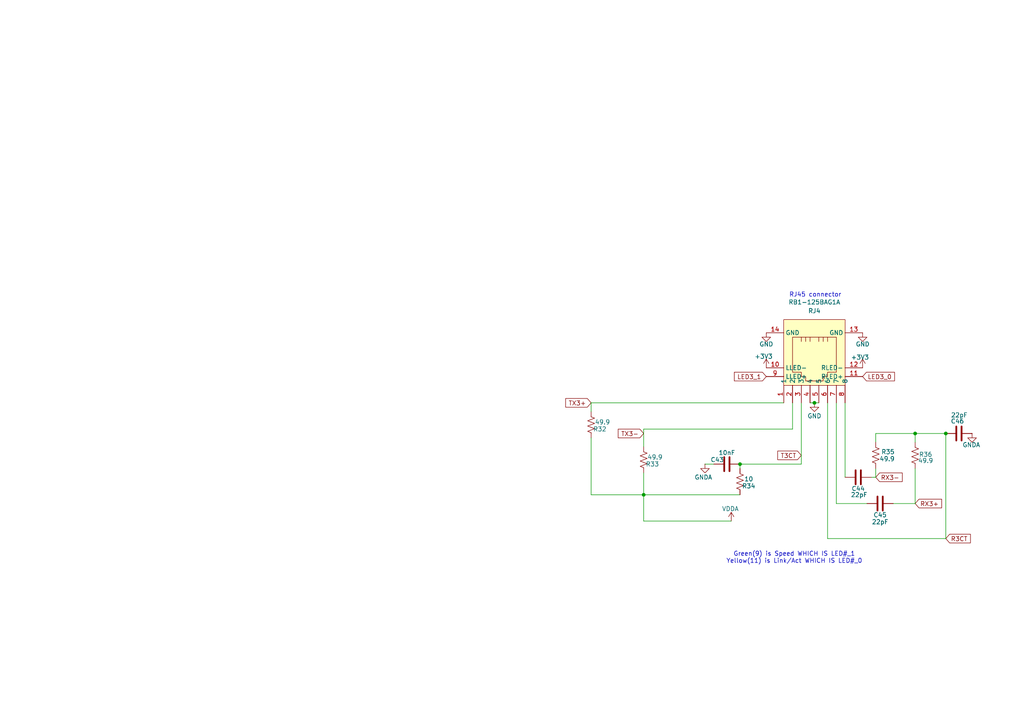
<source format=kicad_sch>
(kicad_sch (version 20250114) (generator "eeschema") (generator_version "9.0")
  (paper "A4")
  (title_block (date "2025-04-01") (rev "1") (company "Bronco Space") (comment 1 "SCALES") (comment 2 "By John Pollak"))
  (lib_symbols
    (symbol "Device:C" (pin_numbers (hide yes)) (pin_names (offset 0.254))
      (property "Reference" "C" (at 0.635 2.54 0))
      (property "Value" "C" (at 0.635 -2.54 0))
      (symbol "C_0_1"
        (polyline (pts (xy -2.032 0.762) (xy 2.032 0.762)) (stroke (width 0.508)))
        (polyline (pts (xy -2.032 -0.762) (xy 2.032 -0.762)) (stroke (width 0.508)))
      )
      (symbol "C_1_1"
        (pin passive line (at 0 3.81 270) (length 2.794) (name "~") (number "1"))
        (pin passive line (at 0 -3.81 90) (length 2.794) (name "~") (number "2"))
      )
    )
    (symbol "Device:R_US" (pin_numbers (hide yes)) (pin_names (offset 0))
      (property "Reference" "R" (at 2.54 0 90))
      (property "Value" "R_US" (at -2.54 0 90))
      (symbol "R_US_0_1"
        (polyline (pts (xy 0 2.286) (xy 0 2.54)))
        (polyline (pts (xy 0 2.286) (xy 1.016 1.905) (xy 0 1.524) (xy -1.016 1.143) (xy 0 0.762)))
        (polyline (pts (xy 0 0.762) (xy 1.016 0.381) (xy 0 0) (xy -1.016 -0.381) (xy 0 -0.762)))
        (polyline (pts (xy 0 -0.762) (xy 1.016 -1.143) (xy 0 -1.524) (xy -1.016 -1.905) (xy 0 -2.286)))
        (polyline (pts (xy 0 -2.286) (xy 0 -2.54)))
      )
      (symbol "R_US_1_1"
        (pin passive line (at 0 3.81 270) (length 1.27) (name "~") (number "1"))
        (pin passive line (at 0 -3.81 90) (length 1.27) (name "~") (number "2"))
      )
    )
    (symbol "easyeda2kicad:RB1-125BAG1A"
      (property "Reference" "RJ" (at 0 12.7 0))
      (property "Value" "RB1-125BAG1A" (at 0 -17.78 0))
      (symbol "RB1-125BAG1A_0_1"
        (rectangle (start -7.62 11.43) (end 10.16 -7.62) (fill (type background)))
        (polyline (pts (xy -2.54 6.35) (xy -2.54 5.08) (xy -2.54 5.08)))
        (polyline (pts (xy -1.27 6.35) (xy -1.27 5.08) (xy -1.27 5.08)))
        (polyline (pts (xy 0 6.35) (xy 0 5.08) (xy 0 5.08)))
        (polyline (pts (xy 2.54 6.35) (xy 2.54 5.08) (xy 2.54 5.08)))
        (polyline (pts (xy 3.81 6.35) (xy 3.81 5.08) (xy 3.81 5.08)))
        (polyline (pts (xy 5.08 6.35) (xy 5.08 5.08) (xy 5.08 5.08)))
        (polyline (pts (xy 7.62 6.35) (xy -5.08 6.35) (xy -5.08 -3.81) (xy -2.54 -3.81) (xy -2.54 -5.08) (xy -1.27 -5.08) (xy -1.27 -5.08) (xy -1.27 -6.35) (xy 3.81 -6.35) (xy 3.81 -5.08) (xy 5.08 -5.08) (xy 5.08 -3.81) (xy 7.62 -3.81) (xy 7.62 6.35) (xy 7.62 5.08)))
        (pin unspecified line (at -12.7 7.62 0) (length 5.08) (name "GND") (number "14"))
        (pin unspecified line (at -12.7 -2.54 0) (length 5.08) (name "LLED-") (number "10"))
        (pin unspecified line (at -12.7 -5.08 0) (length 5.08) (name "LLED+") (number "9"))
        (pin unspecified line (at -7.62 -12.7 90) (length 5.08) (name "1") (number "1"))
        (pin unspecified line (at -5.08 -12.7 90) (length 5.08) (name "2") (number "2"))
        (pin unspecified line (at -2.54 -12.7 90) (length 5.08) (name "3") (number "3"))
        (pin unspecified line (at 0 -12.7 90) (length 5.08) (name "4") (number "4"))
        (pin unspecified line (at 2.54 -12.7 90) (length 5.08) (name "5") (number "5"))
        (pin unspecified line (at 5.08 -12.7 90) (length 5.08) (name "6") (number "6"))
        (pin unspecified line (at 7.62 -12.7 90) (length 5.08) (name "7") (number "7"))
        (pin unspecified line (at 10.16 -12.7 90) (length 5.08) (name "8") (number "8"))
        (pin unspecified line (at 15.24 7.62 180) (length 5.08) (name "GND") (number "13"))
        (pin unspecified line (at 15.24 -2.54 180) (length 5.08) (name "RLED-") (number "12"))
        (pin unspecified line (at 15.24 -5.08 180) (length 5.08) (name "RLED+") (number "11"))
      )
    )
    (symbol "power:+3V3" (power) (pin_numbers (hide yes)) (pin_names (offset 0) (hide yes))
      (property "Value" "+3V3" (at 0 3.556 0))
      (symbol "+3V3_0_1"
        (polyline (pts (xy -0.762 1.27) (xy 0 2.54)))
        (polyline (pts (xy 0 2.54) (xy 0.762 1.27)))
        (polyline (pts (xy 0 0) (xy 0 2.54)))
      )
      (symbol "+3V3_1_1"
        (pin power_in line (at 0 0 90) (length 0) (name "~") (number "1"))
      )
    )
    (symbol "power:GND" (power) (pin_numbers (hide yes)) (pin_names (offset 0) (hide yes))
      (property "Value" "GND" (at 0 -3.81 0))
      (symbol "GND_0_1"
        (polyline (pts (xy 0 0) (xy 0 -1.27) (xy 1.27 -1.27) (xy 0 -2.54) (xy -1.27 -1.27) (xy 0 -1.27)))
      )
      (symbol "GND_1_1"
        (pin power_in line (at 0 0 270) (length 0) (name "~") (number "1"))
      )
    )
    (symbol "power:VPP" (power) (pin_numbers (hide yes)) (pin_names (offset 0) (hide yes))
      (property "Value" "VPP" (at 0 3.556 0))
      (symbol "VPP_0_1"
        (polyline (pts (xy -0.762 1.27) (xy 0 2.54)))
        (polyline (pts (xy 0 2.54) (xy 0.762 1.27)))
        (polyline (pts (xy 0 0) (xy 0 2.54)))
      )
      (symbol "VPP_1_1"
        (pin power_in line (at 0 0 90) (length 0) (name "~") (number "1"))
      )
    )
  )
  (text "RJ45 connector" (at 236.474 85.598 0) (effects (font (size 1.27 1.27))))
  (text "Green(9) is Speed WHICH IS LED#_1\nYellow(11) is Link/Act WHICH IS LED#_0\n" (at 230.378 161.798 0) (effects (font (size 1.27 1.27))))
  (junction (at 265.43 125.73))
  (junction (at 274.32 125.73))
  (junction (at 214.63 134.62))
  (junction (at 186.69 143.51))
  (junction (at 236.22 116.84))
  (wire (pts (xy 171.45 116.84) (xy 171.45 119.38)))
  (wire (pts (xy 259.08 146.05) (xy 265.43 146.05)))
  (wire (pts (xy 237.49 116.84) (xy 236.22 116.84)))
  (wire (pts (xy 186.69 151.13) (xy 186.69 143.51)))
  (wire (pts (xy 265.43 125.73) (xy 265.43 128.27)))
  (wire (pts (xy 274.32 156.21) (xy 274.32 125.73)))
  (wire (pts (xy 186.69 137.16) (xy 186.69 143.51)))
  (wire (pts (xy 265.43 146.05) (xy 265.43 135.89)))
  (wire (pts (xy 171.45 116.84) (xy 227.33 116.84)))
  (wire (pts (xy 232.41 116.84) (xy 232.41 134.62)))
  (wire (pts (xy 240.03 156.21) (xy 274.32 156.21)))
  (wire (pts (xy 254 125.73) (xy 265.43 125.73)))
  (wire (pts (xy 214.63 143.51) (xy 186.69 143.51)))
  (wire (pts (xy 214.63 134.62) (xy 232.41 134.62)))
  (wire (pts (xy 236.22 116.84) (xy 234.95 116.84)))
  (wire (pts (xy 251.46 146.05) (xy 242.57 146.05)))
  (wire (pts (xy 245.11 116.84) (xy 245.11 138.43)))
  (wire (pts (xy 212.09 151.13) (xy 186.69 151.13)))
  (wire (pts (xy 204.47 134.62) (xy 207.01 134.62)))
  (wire (pts (xy 274.32 125.73) (xy 265.43 125.73)))
  (wire (pts (xy 186.69 129.54) (xy 186.69 124.46)))
  (wire (pts (xy 229.87 124.46) (xy 229.87 116.84)))
  (wire (pts (xy 242.57 146.05) (xy 242.57 116.84)))
  (wire (pts (xy 229.87 124.46) (xy 186.69 124.46)))
  (wire (pts (xy 254 138.43) (xy 252.73 138.43)))
  (wire (pts (xy 254 125.73) (xy 254 128.27)))
  (wire (pts (xy 240.03 116.84) (xy 240.03 156.21)))
  (wire (pts (xy 214.63 135.89) (xy 214.63 134.62)))
  (wire (pts (xy 254 138.43) (xy 254 135.89)))
  (wire (pts (xy 171.45 127) (xy 171.45 143.51)))
  (wire (pts (xy 171.45 143.51) (xy 186.69 143.51)))
  (global_label "R3CT" (shape input) (at 274.32 156.21 0) (property "Intersheetrefs" "${INTERSHEET_REFS}" (effects (hide yes))))
  (global_label "TX3+" (shape input) (at 171.45 116.84 180) (property "Intersheetrefs" "${INTERSHEET_REFS}" (effects (hide yes))))
  (global_label "LED3_1" (shape input) (at 222.25 109.22 180) (property "Intersheetrefs" "${INTERSHEET_REFS}" (effects (hide yes))))
  (global_label "TX3-" (shape input) (at 186.69 125.73 180) (property "Intersheetrefs" "${INTERSHEET_REFS}" (effects (hide yes))))
  (global_label "RX3-" (shape input) (at 254 138.43 0) (property "Intersheetrefs" "${INTERSHEET_REFS}" (effects (hide yes))))
  (global_label "T3CT" (shape input) (at 232.41 132.08 180) (property "Intersheetrefs" "${INTERSHEET_REFS}" (effects (hide yes))))
  (global_label "RX3+" (shape input) (at 265.43 146.05 0) (property "Intersheetrefs" "${INTERSHEET_REFS}" (effects (hide yes))))
  (global_label "LED3_0" (shape input) (at 250.19 109.22 0) (property "Intersheetrefs" "${INTERSHEET_REFS}" (effects (hide yes))))
  (symbol (lib_id "power:GND") (at 236.22 116.84 0) (unit 1)
    (property "Reference" "#PWR094" (effects (hide yes)))
    (property "Value" "GND" (at 236.22 120.65 0))
    (property "Description" "Power symbol creates a global label with name \"GND\" , ground" (effects (hide yes)))
  )
  (symbol (lib_id "Device:R_US") (at 254 132.08 0) (unit 1)
    (property "Reference" "R35" (at 257.556 131.064 0))
    (property "Value" "49.9" (at 257.302 133.096 0))
    (property "Footprint" "Resistor_SMD:R_0603_1608Metric" (effects (hide yes)))
    (property "Description" "Resistor, US symbol" (effects (hide yes)))
  )
  (symbol (lib_id "Device:R_US") (at 171.45 123.19 0) (unit 1)
    (property "Reference" "R32" (at 173.99 124.46 0))
    (property "Value" "49.9" (at 174.752 122.428 0))
    (property "Footprint" "Resistor_SMD:R_0603_1608Metric" (effects (hide yes)))
    (property "Description" "Resistor, US symbol" (effects (hide yes)))
  )
  (symbol (lib_id "easyeda2kicad:RB1-125BAG1A") (at 234.95 104.14 0) (unit 1)
    (property "Reference" "RJ4" (at 236.22 90.17 0))
    (property "Value" "RB1-125BAG1A" (at 236.22 87.63 0))
    (property "Footprint" "easyeda2kicad:RJ45-TH_RB1-125BAG1A" (effects (hide yes)))
    (property "Datasheet" "https://lcsc.com/product-detail/Ethernet-Connectors-Modular-Connectors-RJ45-RJ11_WIZNET-RB1-125BAG1A_C910370.html" (effects (hide yes)))
    (property "LCSC Part" "C910370" (effects (hide yes)))
  )
  (symbol (lib_id "Device:C") (at 255.27 146.05 270) (unit 1)
    (property "Reference" "C45" (at 255.27 149.352 90))
    (property "Value" "22pF" (at 255.27 151.384 90))
    (property "Footprint" "Capacitor_SMD:C_0402_1005Metric" (effects (hide yes)))
    (property "Description" "Unpolarized capacitor" (effects (hide yes)))
  )
  (symbol (lib_id "Device:C") (at 278.13 125.73 270) (unit 1)
    (property "Reference" "C46" (at 279.654 122.174 90) (effects (justify right)))
    (property "Value" "22pF" (at 280.67 120.396 90) (effects (justify right)))
    (property "Footprint" "Capacitor_SMD:C_0402_1005Metric" (effects (hide yes)))
    (property "Description" "Unpolarized capacitor" (effects (hide yes)))
  )
  (symbol (lib_id "Device:R_US") (at 186.69 133.35 0) (unit 1)
    (property "Reference" "R33" (at 189.23 134.62 0))
    (property "Value" "49.9" (at 189.992 132.588 0))
    (property "Footprint" "Resistor_SMD:R_0603_1608Metric" (effects (hide yes)))
    (property "Description" "Resistor, US symbol" (effects (hide yes)))
  )
  (symbol (lib_id "power:GND") (at 222.25 96.52 0) (unit 1)
    (property "Reference" "#PWR092" (effects (hide yes)))
    (property "Value" "GND" (at 220.218 99.822 0) (effects (justify left)))
    (property "Description" "Power symbol creates a global label with name \"GND\" , ground" (effects (hide yes)))
  )
  (symbol (lib_id "Device:R_US") (at 214.63 139.7 0) (unit 1)
    (property "Reference" "R34" (at 217.17 140.97 0))
    (property "Value" "10" (at 217.17 138.938 0))
    (property "Footprint" "Resistor_SMD:R_0603_1608Metric" (effects (hide yes)))
    (property "Description" "Resistor, US symbol" (effects (hide yes)))
  )
  (symbol (lib_id "power:+3V3") (at 250.19 106.68 0) (unit 1)
    (property "Reference" "#PWR096" (effects (hide yes)))
    (property "Value" "+3V3" (at 249.428 103.632 0))
    (property "Description" "Power symbol creates a global label with name \"+3V3\"" (effects (hide yes)))
  )
  (symbol (lib_id "power:VPP") (at 212.09 151.13 0) (unit 1)
    (property "Reference" "#PWR091" (effects (hide yes)))
    (property "Value" "VDDA" (at 211.836 147.574 0))
    (property "Description" "Power symbol creates a global label with name \"VPP\"" (effects (hide yes)))
  )
  (symbol (lib_id "power:+3V3") (at 222.25 106.68 0) (unit 1)
    (property "Reference" "#PWR093" (effects (hide yes)))
    (property "Value" "+3V3" (at 221.488 103.378 0))
    (property "Description" "Power symbol creates a global label with name \"+3V3\"" (effects (hide yes)))
  )
  (symbol (lib_id "Device:C") (at 248.92 138.43 270) (unit 1)
    (property "Reference" "C44" (at 248.92 141.732 90))
    (property "Value" "22pF" (at 249.174 143.51 90))
    (property "Footprint" "Capacitor_SMD:C_0402_1005Metric" (effects (hide yes)))
    (property "Description" "Unpolarized capacitor" (effects (hide yes)))
  )
  (symbol (lib_id "Device:R_US") (at 265.43 132.08 0) (unit 1)
    (property "Reference" "R36" (at 268.478 131.826 0))
    (property "Value" "49.9" (at 268.478 133.604 0))
    (property "Footprint" "Resistor_SMD:R_0603_1608Metric" (effects (hide yes)))
    (property "Description" "Resistor, US symbol" (effects (hide yes)))
  )
  (symbol (lib_id "power:GND") (at 281.94 125.73 0) (unit 1)
    (property "Reference" "#PWR097" (effects (hide yes)))
    (property "Value" "GNDA" (at 279.146 129.032 0) (effects (justify left)))
    (property "Description" "Power symbol creates a global label with name \"GND\" , ground" (effects (hide yes)))
  )
  (symbol (lib_id "Device:C") (at 210.82 134.62 90) (unit 1)
    (property "Reference" "C43" (at 208.026 133.35 90))
    (property "Value" "10nF" (at 210.82 131.318 90))
    (property "Footprint" "Capacitor_SMD:C_0402_1005Metric" (effects (hide yes)))
    (property "Description" "Unpolarized capacitor" (effects (hide yes)))
  )
  (symbol (lib_id "power:GND") (at 204.47 134.62 0) (unit 1)
    (property "Reference" "#PWR090" (effects (hide yes)))
    (property "Value" "GNDA" (at 201.422 138.43 0) (effects (justify left)))
    (property "Description" "Power symbol creates a global label with name \"GND\" , ground" (effects (hide yes)))
  )
  (symbol (lib_id "power:GND") (at 250.19 96.52 0) (unit 1)
    (property "Reference" "#PWR095" (effects (hide yes)))
    (property "Value" "GND" (at 248.158 99.822 0) (effects (justify left)))
    (property "Description" "Power symbol creates a global label with name \"GND\" , ground" (effects (hide yes)))
  )
)
</source>
